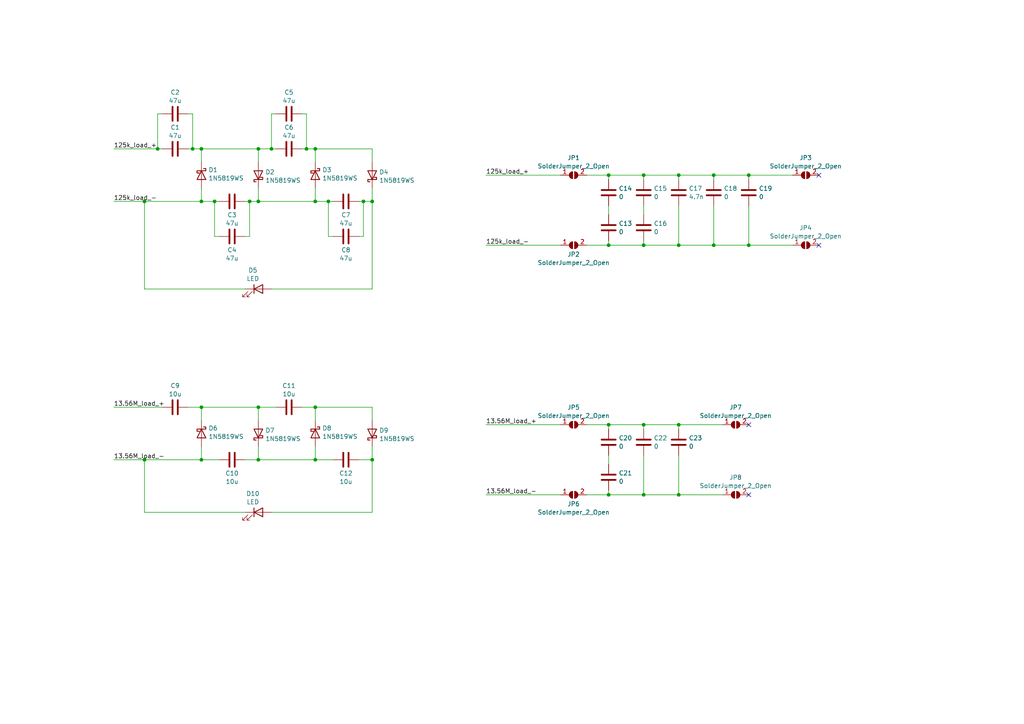
<source format=kicad_sch>
(kicad_sch (version 20230121) (generator eeschema)
  (paper "A4")
  (title_block (title "RFIDetector") (rev "0.1") (company "wh201906"))
  (lib_symbols
    (symbol "Device:C" (pin_numbers hide) (pin_names (offset 0.254))
      (property "Reference" "C" (at 0.635 2.54 0))
      (property "Value" "C" (at 0.635 -2.54 0))
      (symbol "C_0_1"
        (polyline (pts (xy -2.032 -0.762) (xy 2.032 -0.762)) (stroke (width 0.508)))
        (polyline (pts (xy -2.032 0.762) (xy 2.032 0.762)) (stroke (width 0.508)))
      )
      (symbol "C_1_1"
        (pin passive line (at 0 3.81 270) (length 2.794) (name "~") (number "1"))
        (pin passive line (at 0 -3.81 90) (length 2.794) (name "~") (number "2"))
      )
    )
    (symbol "Device:LED" (pin_numbers hide) (pin_names (offset 1.016) hide)
      (property "Reference" "D" (at 0 2.54 0))
      (property "Value" "LED" (at 0 -2.54 0))
      (symbol "LED_0_1"
        (polyline (pts (xy -1.27 -1.27) (xy -1.27 1.27)) (stroke (width 0.254)))
        (polyline (pts (xy -1.27 0) (xy 1.27 0)))
        (polyline (pts (xy 1.27 -1.27) (xy 1.27 1.27) (xy -1.27 0) (xy 1.27 -1.27)) (stroke (width 0.254)))
        (polyline (pts (xy -3.048 -0.762) (xy -4.572 -2.286) (xy -3.81 -2.286) (xy -4.572 -2.286) (xy -4.572 -1.524)))
        (polyline (pts (xy -1.778 -0.762) (xy -3.302 -2.286) (xy -2.54 -2.286) (xy -3.302 -2.286) (xy -3.302 -1.524)))
      )
      (symbol "LED_1_1"
        (pin passive line (at -3.81 0 0) (length 2.54) (name "K") (number "1"))
        (pin passive line (at 3.81 0 180) (length 2.54) (name "A") (number "2"))
      )
    )
    (symbol "Diode:1N5819WS" (pin_numbers hide) (pin_names (offset 1.016) hide)
      (property "Reference" "D" (at 0 2.54 0))
      (property "Value" "1N5819WS" (at 0 -2.54 0))
      (symbol "1N5819WS_0_1"
        (polyline (pts (xy 1.27 0) (xy -1.27 0)))
        (polyline (pts (xy 1.27 1.27) (xy 1.27 -1.27) (xy -1.27 0) (xy 1.27 1.27)) (stroke (width 0.254)))
        (polyline (pts (xy -1.905 0.635) (xy -1.905 1.27) (xy -1.27 1.27) (xy -1.27 -1.27) (xy -0.635 -1.27) (xy -0.635 -0.635)) (stroke (width 0.254)))
      )
      (symbol "1N5819WS_1_1"
        (pin passive line (at -3.81 0 0) (length 2.54) (name "K") (number "1"))
        (pin passive line (at 3.81 0 180) (length 2.54) (name "A") (number "2"))
      )
    )
    (symbol "Jumper:SolderJumper_2_Open" (pin_names (offset 0) hide)
      (property "Reference" "JP" (at 0 2.032 0))
      (property "Value" "SolderJumper_2_Open" (at 0 -2.54 0))
      (symbol "SolderJumper_2_Open_0_1"
        (arc (start -0.254 1.016) (mid -1.2656 0) (end -0.254 -1.016))
        (arc (start -0.254 1.016) (mid -1.2656 0) (end -0.254 -1.016) (fill (type outline)))
        (polyline (pts (xy -0.254 1.016) (xy -0.254 -1.016)))
        (polyline (pts (xy 0.254 1.016) (xy 0.254 -1.016)))
        (arc (start 0.254 -1.016) (mid 1.2656 0) (end 0.254 1.016))
        (arc (start 0.254 -1.016) (mid 1.2656 0) (end 0.254 1.016) (fill (type outline)))
      )
      (symbol "SolderJumper_2_Open_1_1"
        (pin passive line (at -3.81 0 0) (length 2.54) (name "A") (number "1"))
        (pin passive line (at 3.81 0 180) (length 2.54) (name "B") (number "2"))
      )
    )
  )
  (junction (at 95.25 58.42))
  (junction (at 186.69 143.51))
  (junction (at 176.53 143.51))
  (junction (at 217.17 50.8))
  (junction (at 196.85 71.12))
  (junction (at 91.44 118.11))
  (junction (at 91.44 43.18))
  (junction (at 207.01 71.12))
  (junction (at 207.01 50.8))
  (junction (at 41.91 58.42))
  (junction (at 62.23 58.42))
  (junction (at 186.69 123.19))
  (junction (at 186.69 71.12))
  (junction (at 58.42 118.11))
  (junction (at 74.93 133.35))
  (junction (at 217.17 71.12))
  (junction (at 107.95 133.35))
  (junction (at 176.53 123.19))
  (junction (at 45.72 43.18))
  (junction (at 107.95 58.42))
  (junction (at 58.42 43.18))
  (junction (at 176.53 71.12))
  (junction (at 88.9 43.18))
  (junction (at 74.93 118.11))
  (junction (at 58.42 133.35))
  (junction (at 74.93 43.18))
  (junction (at 196.85 50.8))
  (junction (at 74.93 58.42))
  (junction (at 196.85 143.51))
  (junction (at 186.69 50.8))
  (junction (at 72.39 58.42))
  (junction (at 91.44 58.42))
  (junction (at 91.44 133.35))
  (junction (at 196.85 123.19))
  (junction (at 55.88 43.18))
  (junction (at 105.41 58.42))
  (junction (at 176.53 50.8))
  (junction (at 58.42 58.42))
  (junction (at 78.74 43.18))
  (junction (at 41.91 133.35))
  (no_connect (at 237.49 50.8))
  (no_connect (at 217.17 123.19))
  (no_connect (at 237.49 71.12))
  (no_connect (at 217.17 143.51))
  (wire (pts (xy 96.52 58.42) (xy 95.25 58.42)))
  (wire (pts (xy 107.95 58.42) (xy 107.95 83.82)))
  (wire (pts (xy 58.42 129.54) (xy 58.42 133.35)))
  (wire (pts (xy 217.17 71.12) (xy 229.87 71.12)))
  (wire (pts (xy 140.97 123.19) (xy 162.56 123.19)))
  (wire (pts (xy 95.25 68.58) (xy 95.25 58.42)))
  (wire (pts (xy 46.99 43.18) (xy 45.72 43.18)))
  (wire (pts (xy 186.69 123.19) (xy 196.85 123.19)))
  (wire (pts (xy 196.85 59.69) (xy 196.85 71.12)))
  (wire (pts (xy 58.42 46.99) (xy 58.42 43.18)))
  (wire (pts (xy 207.01 71.12) (xy 196.85 71.12)))
  (wire (pts (xy 58.42 118.11) (xy 74.93 118.11)))
  (wire (pts (xy 196.85 123.19) (xy 196.85 124.46)))
  (wire (pts (xy 96.52 68.58) (xy 95.25 68.58)))
  (wire (pts (xy 91.44 58.42) (xy 91.44 54.61)))
  (wire (pts (xy 74.93 46.99) (xy 74.93 43.18)))
  (wire (pts (xy 107.95 148.59) (xy 78.74 148.59)))
  (wire (pts (xy 33.02 43.18) (xy 45.72 43.18)))
  (wire (pts (xy 74.93 43.18) (xy 78.74 43.18)))
  (wire (pts (xy 217.17 59.69) (xy 217.17 71.12)))
  (wire (pts (xy 186.69 50.8) (xy 186.69 52.07)))
  (wire (pts (xy 186.69 143.51) (xy 196.85 143.51)))
  (wire (pts (xy 87.63 43.18) (xy 88.9 43.18)))
  (wire (pts (xy 33.02 118.11) (xy 46.99 118.11)))
  (wire (pts (xy 107.95 43.18) (xy 91.44 43.18)))
  (wire (pts (xy 104.14 68.58) (xy 105.41 68.58)))
  (wire (pts (xy 33.02 58.42) (xy 41.91 58.42)))
  (wire (pts (xy 186.69 123.19) (xy 186.69 124.46)))
  (wire (pts (xy 55.88 33.02) (xy 55.88 43.18)))
  (wire (pts (xy 91.44 133.35) (xy 96.52 133.35)))
  (wire (pts (xy 140.97 50.8) (xy 162.56 50.8)))
  (wire (pts (xy 176.53 59.69) (xy 176.53 62.23)))
  (wire (pts (xy 54.61 43.18) (xy 55.88 43.18)))
  (wire (pts (xy 107.95 83.82) (xy 78.74 83.82)))
  (wire (pts (xy 46.99 33.02) (xy 45.72 33.02)))
  (wire (pts (xy 74.93 133.35) (xy 91.44 133.35)))
  (wire (pts (xy 196.85 50.8) (xy 196.85 52.07)))
  (wire (pts (xy 74.93 58.42) (xy 91.44 58.42)))
  (wire (pts (xy 41.91 58.42) (xy 58.42 58.42)))
  (wire (pts (xy 176.53 50.8) (xy 176.53 52.07)))
  (wire (pts (xy 87.63 118.11) (xy 91.44 118.11)))
  (wire (pts (xy 54.61 118.11) (xy 58.42 118.11)))
  (wire (pts (xy 207.01 50.8) (xy 207.01 52.07)))
  (wire (pts (xy 140.97 71.12) (xy 162.56 71.12)))
  (wire (pts (xy 217.17 50.8) (xy 229.87 50.8)))
  (wire (pts (xy 170.18 71.12) (xy 176.53 71.12)))
  (wire (pts (xy 71.12 58.42) (xy 72.39 58.42)))
  (wire (pts (xy 186.69 132.08) (xy 186.69 143.51)))
  (wire (pts (xy 72.39 58.42) (xy 74.93 58.42)))
  (wire (pts (xy 74.93 58.42) (xy 74.93 54.61)))
  (wire (pts (xy 71.12 133.35) (xy 74.93 133.35)))
  (wire (pts (xy 62.23 68.58) (xy 62.23 58.42)))
  (wire (pts (xy 186.69 71.12) (xy 196.85 71.12)))
  (wire (pts (xy 186.69 59.69) (xy 186.69 62.23)))
  (wire (pts (xy 176.53 123.19) (xy 176.53 124.46)))
  (wire (pts (xy 176.53 50.8) (xy 186.69 50.8)))
  (wire (pts (xy 207.01 50.8) (xy 217.17 50.8)))
  (wire (pts (xy 72.39 68.58) (xy 72.39 58.42)))
  (wire (pts (xy 170.18 143.51) (xy 176.53 143.51)))
  (wire (pts (xy 74.93 118.11) (xy 80.01 118.11)))
  (wire (pts (xy 107.95 46.99) (xy 107.95 43.18)))
  (wire (pts (xy 58.42 43.18) (xy 74.93 43.18)))
  (wire (pts (xy 107.95 133.35) (xy 107.95 129.54)))
  (wire (pts (xy 87.63 33.02) (xy 88.9 33.02)))
  (wire (pts (xy 80.01 33.02) (xy 78.74 33.02)))
  (wire (pts (xy 63.5 68.58) (xy 62.23 68.58)))
  (wire (pts (xy 105.41 68.58) (xy 105.41 58.42)))
  (wire (pts (xy 41.91 148.59) (xy 41.91 133.35)))
  (wire (pts (xy 107.95 118.11) (xy 91.44 118.11)))
  (wire (pts (xy 95.25 58.42) (xy 91.44 58.42)))
  (wire (pts (xy 186.69 69.85) (xy 186.69 71.12)))
  (wire (pts (xy 196.85 132.08) (xy 196.85 143.51)))
  (wire (pts (xy 140.97 143.51) (xy 162.56 143.51)))
  (wire (pts (xy 207.01 59.69) (xy 207.01 71.12)))
  (wire (pts (xy 78.74 33.02) (xy 78.74 43.18)))
  (wire (pts (xy 107.95 121.92) (xy 107.95 118.11)))
  (wire (pts (xy 71.12 68.58) (xy 72.39 68.58)))
  (wire (pts (xy 176.53 143.51) (xy 186.69 143.51)))
  (wire (pts (xy 196.85 143.51) (xy 209.55 143.51)))
  (wire (pts (xy 217.17 52.07) (xy 217.17 50.8)))
  (wire (pts (xy 176.53 123.19) (xy 186.69 123.19)))
  (wire (pts (xy 41.91 83.82) (xy 41.91 58.42)))
  (wire (pts (xy 33.02 133.35) (xy 41.91 133.35)))
  (wire (pts (xy 104.14 58.42) (xy 105.41 58.42)))
  (wire (pts (xy 78.74 43.18) (xy 80.01 43.18)))
  (wire (pts (xy 91.44 43.18) (xy 91.44 46.99)))
  (wire (pts (xy 55.88 43.18) (xy 58.42 43.18)))
  (wire (pts (xy 105.41 58.42) (xy 107.95 58.42)))
  (wire (pts (xy 74.93 121.92) (xy 74.93 118.11)))
  (wire (pts (xy 91.44 118.11) (xy 91.44 121.92)))
  (wire (pts (xy 41.91 133.35) (xy 58.42 133.35)))
  (wire (pts (xy 107.95 58.42) (xy 107.95 54.61)))
  (wire (pts (xy 176.53 132.08) (xy 176.53 134.62)))
  (wire (pts (xy 107.95 133.35) (xy 107.95 148.59)))
  (wire (pts (xy 45.72 33.02) (xy 45.72 43.18)))
  (wire (pts (xy 186.69 50.8) (xy 196.85 50.8)))
  (wire (pts (xy 62.23 58.42) (xy 63.5 58.42)))
  (wire (pts (xy 170.18 123.19) (xy 176.53 123.19)))
  (wire (pts (xy 58.42 54.61) (xy 58.42 58.42)))
  (wire (pts (xy 217.17 71.12) (xy 207.01 71.12)))
  (wire (pts (xy 58.42 58.42) (xy 62.23 58.42)))
  (wire (pts (xy 88.9 33.02) (xy 88.9 43.18)))
  (wire (pts (xy 58.42 121.92) (xy 58.42 118.11)))
  (wire (pts (xy 170.18 50.8) (xy 176.53 50.8)))
  (wire (pts (xy 71.12 148.59) (xy 41.91 148.59)))
  (wire (pts (xy 176.53 71.12) (xy 186.69 71.12)))
  (wire (pts (xy 58.42 133.35) (xy 63.5 133.35)))
  (wire (pts (xy 71.12 83.82) (xy 41.91 83.82)))
  (wire (pts (xy 88.9 43.18) (xy 91.44 43.18)))
  (wire (pts (xy 196.85 123.19) (xy 209.55 123.19)))
  (wire (pts (xy 104.14 133.35) (xy 107.95 133.35)))
  (wire (pts (xy 74.93 133.35) (xy 74.93 129.54)))
  (wire (pts (xy 196.85 50.8) (xy 207.01 50.8)))
  (wire (pts (xy 91.44 133.35) (xy 91.44 129.54)))
  (wire (pts (xy 176.53 69.85) (xy 176.53 71.12)))
  (wire (pts (xy 176.53 142.24) (xy 176.53 143.51)))
  (wire (pts (xy 54.61 33.02) (xy 55.88 33.02)))
  (label "13.56M_load_-" (at 140.97 143.51 0))
  (label "13.56M_load_+" (at 140.97 123.19 0))
  (label "125k_load_-" (at 33.02 58.42 0))
  (label "125k_load_+" (at 140.97 50.8 0))
  (label "125k_load_-" (at 140.97 71.12 0))
  (label "125k_load_+" (at 33.02 43.18 0))
  (label "13.56M_load_-" (at 33.02 133.35 0))
  (label "13.56M_load_+" (at 33.02 118.11 0))
  (symbol (lib_id "Device:C") (at 217.17 55.88 180) (unit 1)
    (property "Reference" "C19" (at 220.091 54.6679 0) (effects (justify right)))
    (property "Value" "0" (at 220.091 57.0921 0) (effects (justify right)))
    (property "Footprint" "Capacitor_SMD:C_0603_1608Metric_Pad1.08x0.95mm_HandSolder" (effects hide))
  )
  (symbol (lib_id "Device:C") (at 50.8 33.02 90) (unit 1)
    (property "Reference" "C2" (at 50.8 26.7858 90))
    (property "Value" "47u" (at 50.8 29.21 90))
    (property "Footprint" "Capacitor_SMD:C_0603_1608Metric_Pad1.08x0.95mm_HandSolder" (effects hide))
  )
  (symbol (lib_id "Jumper:SolderJumper_2_Open") (at 233.68 71.12 0) (unit 1)
    (property "Reference" "JP4" (at 233.68 66.0867 0))
    (property "Value" "SolderJumper_2_Open" (at 233.68 68.5109 0))
    (property "Footprint" "Jumper:SolderJumper-2_P1.3mm_Open_RoundedPad1.0x1.5mm" (effects hide))
  )
  (symbol (lib_id "Jumper:SolderJumper_2_Open") (at 166.37 50.8 0) (unit 1)
    (property "Reference" "JP1" (at 166.37 45.7667 0))
    (property "Value" "SolderJumper_2_Open" (at 166.37 48.1909 0))
    (property "Footprint" "Jumper:SolderJumper-2_P1.3mm_Open_RoundedPad1.0x1.5mm" (effects hide))
  )
  (symbol (lib_id "Device:C") (at 186.69 128.27 0) (unit 1)
    (property "Reference" "C22" (at 189.611 127.0579 0) (effects (justify left)))
    (property "Value" "0" (at 189.611 129.4821 0) (effects (justify left)))
    (property "Footprint" "Capacitor_SMD:C_0603_1608Metric_Pad1.08x0.95mm_HandSolder" (effects hide))
  )
  (symbol (lib_id "Diode:1N5819WS") (at 74.93 125.73 90) (unit 1)
    (property "Reference" "D7" (at 76.962 124.8354 90) (effects (justify right)))
    (property "Value" "1N5819WS" (at 76.962 127.2596 90) (effects (justify right)))
    (property "Footprint" "Diode_SMD:D_SOD-323_HandSoldering" (effects hide))
    (property "Datasheet" "https://datasheet.lcsc.com/lcsc/2204281430_Guangdong-Hottech-1N5819WS_C191023.pdf" (effects hide))
  )
  (symbol (lib_id "Jumper:SolderJumper_2_Open") (at 213.36 123.19 0) (unit 1)
    (property "Reference" "JP7" (at 213.36 118.1567 0))
    (property "Value" "SolderJumper_2_Open" (at 213.36 120.5809 0))
    (property "Footprint" "Jumper:SolderJumper-2_P1.3mm_Open_RoundedPad1.0x1.5mm" (effects hide))
  )
  (symbol (lib_id "Device:LED") (at 74.93 148.59 0) (unit 1)
    (property "Reference" "D10" (at 73.3425 143.1757 0))
    (property "Value" "LED" (at 73.3425 145.5999 0))
    (property "Footprint" "LED_SMD:LED_0603_1608Metric_Pad1.05x0.95mm_HandSolder" (effects hide))
  )
  (symbol (lib_id "Jumper:SolderJumper_2_Open") (at 166.37 123.19 0) (unit 1)
    (property "Reference" "JP5" (at 166.37 118.1567 0))
    (property "Value" "SolderJumper_2_Open" (at 166.37 120.5809 0))
    (property "Footprint" "Jumper:SolderJumper-2_P1.3mm_Open_RoundedPad1.0x1.5mm" (effects hide))
  )
  (symbol (lib_id "Jumper:SolderJumper_2_Open") (at 166.37 71.12 0) (unit 1)
    (property "Reference" "JP2" (at 166.37 73.7758 0))
    (property "Value" "SolderJumper_2_Open" (at 166.37 76.2 0))
    (property "Footprint" "Jumper:SolderJumper-2_P1.3mm_Open_RoundedPad1.0x1.5mm" (effects hide))
  )
  (symbol (lib_id "Device:LED") (at 74.93 83.82 0) (unit 1)
    (property "Reference" "D5" (at 73.3425 78.4057 0))
    (property "Value" "LED" (at 73.3425 80.8299 0))
    (property "Footprint" "LED_SMD:LED_0603_1608Metric_Pad1.05x0.95mm_HandSolder" (effects hide))
  )
  (symbol (lib_id "Device:C") (at 196.85 55.88 180) (unit 1)
    (property "Reference" "C17" (at 199.771 54.6679 0) (effects (justify right)))
    (property "Value" "4.7n" (at 199.771 57.0921 0) (effects (justify right)))
    (property "Footprint" "Capacitor_SMD:C_0603_1608Metric_Pad1.08x0.95mm_HandSolder" (effects hide))
  )
  (symbol (lib_id "Jumper:SolderJumper_2_Open") (at 166.37 143.51 0) (unit 1)
    (property "Reference" "JP6" (at 166.37 146.1658 0))
    (property "Value" "SolderJumper_2_Open" (at 166.37 148.59 0))
    (property "Footprint" "Jumper:SolderJumper-2_P1.3mm_Open_RoundedPad1.0x1.5mm" (effects hide))
  )
  (symbol (lib_id "Device:C") (at 83.82 33.02 90) (unit 1)
    (property "Reference" "C5" (at 83.82 26.7858 90))
    (property "Value" "47u" (at 83.82 29.21 90))
    (property "Footprint" "Capacitor_SMD:C_0603_1608Metric_Pad1.08x0.95mm_HandSolder" (effects hide))
  )
  (symbol (lib_id "Diode:1N5819WS") (at 107.95 125.73 90) (unit 1)
    (property "Reference" "D9" (at 109.982 124.8354 90) (effects (justify right)))
    (property "Value" "1N5819WS" (at 109.982 127.2596 90) (effects (justify right)))
    (property "Footprint" "Diode_SMD:D_SOD-323_HandSoldering" (effects hide))
    (property "Datasheet" "https://datasheet.lcsc.com/lcsc/2204281430_Guangdong-Hottech-1N5819WS_C191023.pdf" (effects hide))
  )
  (symbol (lib_id "Device:C") (at 176.53 55.88 180) (unit 1)
    (property "Reference" "C14" (at 179.451 54.6679 0) (effects (justify right)))
    (property "Value" "0" (at 179.451 57.0921 0) (effects (justify right)))
    (property "Footprint" "Capacitor_SMD:C_0603_1608Metric_Pad1.08x0.95mm_HandSolder" (effects hide))
  )
  (symbol (lib_id "Device:C") (at 67.31 58.42 90) (unit 1)
    (property "Reference" "C3" (at 67.31 62.3458 90))
    (property "Value" "47u" (at 67.31 64.77 90))
    (property "Footprint" "Capacitor_SMD:C_0603_1608Metric_Pad1.08x0.95mm_HandSolder" (effects hide))
  )
  (symbol (lib_id "Device:C") (at 100.33 68.58 90) (unit 1)
    (property "Reference" "C8" (at 100.33 72.5058 90))
    (property "Value" "47u" (at 100.33 74.93 90))
    (property "Footprint" "Capacitor_SMD:C_0603_1608Metric_Pad1.08x0.95mm_HandSolder" (effects hide))
  )
  (symbol (lib_id "Diode:1N5819WS") (at 58.42 50.8 270) (unit 1)
    (property "Reference" "D1" (at 60.452 49.2704 90) (effects (justify left)))
    (property "Value" "1N5819WS" (at 60.452 51.6946 90) (effects (justify left)))
    (property "Footprint" "Diode_SMD:D_SOD-323_HandSoldering" (effects hide))
    (property "Datasheet" "https://datasheet.lcsc.com/lcsc/2204281430_Guangdong-Hottech-1N5819WS_C191023.pdf" (effects hide))
  )
  (symbol (lib_id "Device:C") (at 100.33 133.35 90) (unit 1)
    (property "Reference" "C12" (at 100.33 137.2758 90))
    (property "Value" "10u" (at 100.33 139.7 90))
    (property "Footprint" "Capacitor_SMD:C_0603_1608Metric_Pad1.08x0.95mm_HandSolder" (effects hide))
  )
  (symbol (lib_id "Device:C") (at 176.53 138.43 0) (unit 1)
    (property "Reference" "C21" (at 179.451 137.2179 0) (effects (justify left)))
    (property "Value" "0" (at 179.451 139.6421 0) (effects (justify left)))
    (property "Footprint" "Capacitor_SMD:C_0603_1608Metric_Pad1.08x0.95mm_HandSolder" (effects hide))
  )
  (symbol (lib_id "Device:C") (at 50.8 43.18 90) (unit 1)
    (property "Reference" "C1" (at 50.8 36.9458 90))
    (property "Value" "47u" (at 50.8 39.37 90))
    (property "Footprint" "Capacitor_SMD:C_0603_1608Metric_Pad1.08x0.95mm_HandSolder" (effects hide))
  )
  (symbol (lib_id "Device:C") (at 100.33 58.42 90) (unit 1)
    (property "Reference" "C7" (at 100.33 62.3458 90))
    (property "Value" "47u" (at 100.33 64.77 90))
    (property "Footprint" "Capacitor_SMD:C_0603_1608Metric_Pad1.08x0.95mm_HandSolder" (effects hide))
  )
  (symbol (lib_id "Jumper:SolderJumper_2_Open") (at 213.36 143.51 0) (unit 1)
    (property "Reference" "JP8" (at 213.36 138.4767 0))
    (property "Value" "SolderJumper_2_Open" (at 213.36 140.9009 0))
    (property "Footprint" "Jumper:SolderJumper-2_P1.3mm_Open_RoundedPad1.0x1.5mm" (effects hide))
  )
  (symbol (lib_id "Diode:1N5819WS") (at 74.93 50.8 90) (unit 1)
    (property "Reference" "D2" (at 76.962 49.9054 90) (effects (justify right)))
    (property "Value" "1N5819WS" (at 76.962 52.3296 90) (effects (justify right)))
    (property "Footprint" "Diode_SMD:D_SOD-323_HandSoldering" (effects hide))
    (property "Datasheet" "https://datasheet.lcsc.com/lcsc/2204281430_Guangdong-Hottech-1N5819WS_C191023.pdf" (effects hide))
  )
  (symbol (lib_id "Device:C") (at 67.31 133.35 90) (unit 1)
    (property "Reference" "C10" (at 67.31 137.2758 90))
    (property "Value" "10u" (at 67.31 139.7 90))
    (property "Footprint" "Capacitor_SMD:C_0603_1608Metric_Pad1.08x0.95mm_HandSolder" (effects hide))
  )
  (symbol (lib_id "Diode:1N5819WS") (at 91.44 50.8 270) (unit 1)
    (property "Reference" "D3" (at 93.472 49.2704 90) (effects (justify left)))
    (property "Value" "1N5819WS" (at 93.472 51.6946 90) (effects (justify left)))
    (property "Footprint" "Diode_SMD:D_SOD-323_HandSoldering" (effects hide))
    (property "Datasheet" "https://datasheet.lcsc.com/lcsc/2204281430_Guangdong-Hottech-1N5819WS_C191023.pdf" (effects hide))
  )
  (symbol (lib_id "Jumper:SolderJumper_2_Open") (at 233.68 50.8 0) (unit 1)
    (property "Reference" "JP3" (at 233.68 45.7667 0))
    (property "Value" "SolderJumper_2_Open" (at 233.68 48.1909 0))
    (property "Footprint" "Jumper:SolderJumper-2_P1.3mm_Open_RoundedPad1.0x1.5mm" (effects hide))
  )
  (symbol (lib_id "Device:C") (at 67.31 68.58 90) (unit 1)
    (property "Reference" "C4" (at 67.31 72.5058 90))
    (property "Value" "47u" (at 67.31 74.93 90))
    (property "Footprint" "Capacitor_SMD:C_0603_1608Metric_Pad1.08x0.95mm_HandSolder" (effects hide))
  )
  (symbol (lib_id "Device:C") (at 207.01 55.88 180) (unit 1)
    (property "Reference" "C18" (at 209.931 54.6679 0) (effects (justify right)))
    (property "Value" "0" (at 209.931 57.0921 0) (effects (justify right)))
    (property "Footprint" "Capacitor_SMD:C_0603_1608Metric_Pad1.08x0.95mm_HandSolder" (effects hide))
  )
  (symbol (lib_id "Diode:1N5819WS") (at 58.42 125.73 270) (unit 1)
    (property "Reference" "D6" (at 60.452 124.2004 90) (effects (justify left)))
    (property "Value" "1N5819WS" (at 60.452 126.6246 90) (effects (justify left)))
    (property "Footprint" "Diode_SMD:D_SOD-323_HandSoldering" (effects hide))
    (property "Datasheet" "https://datasheet.lcsc.com/lcsc/2204281430_Guangdong-Hottech-1N5819WS_C191023.pdf" (effects hide))
  )
  (symbol (lib_id "Device:C") (at 196.85 128.27 0) (unit 1)
    (property "Reference" "C23" (at 199.771 127.0579 0) (effects (justify left)))
    (property "Value" "0" (at 199.771 129.4821 0) (effects (justify left)))
    (property "Footprint" "Capacitor_SMD:C_0603_1608Metric_Pad1.08x0.95mm_HandSolder" (effects hide))
  )
  (symbol (lib_id "Device:C") (at 186.69 55.88 0) (unit 1)
    (property "Reference" "C15" (at 189.611 54.6679 0) (effects (justify left)))
    (property "Value" "0" (at 189.611 57.0921 0) (effects (justify left)))
    (property "Footprint" "Capacitor_SMD:C_0603_1608Metric_Pad1.08x0.95mm_HandSolder" (effects hide))
  )
  (symbol (lib_id "Diode:1N5819WS") (at 91.44 125.73 270) (unit 1)
    (property "Reference" "D8" (at 93.472 124.2004 90) (effects (justify left)))
    (property "Value" "1N5819WS" (at 93.472 126.6246 90) (effects (justify left)))
    (property "Footprint" "Diode_SMD:D_SOD-323_HandSoldering" (effects hide))
    (property "Datasheet" "https://datasheet.lcsc.com/lcsc/2204281430_Guangdong-Hottech-1N5819WS_C191023.pdf" (effects hide))
  )
  (symbol (lib_id "Device:C") (at 176.53 128.27 180) (unit 1)
    (property "Reference" "C20" (at 179.451 127.0579 0) (effects (justify right)))
    (property "Value" "0" (at 179.451 129.4821 0) (effects (justify right)))
    (property "Footprint" "Capacitor_SMD:C_0603_1608Metric_Pad1.08x0.95mm_HandSolder" (effects hide))
  )
  (symbol (lib_id "Diode:1N5819WS") (at 107.95 50.8 90) (unit 1)
    (property "Reference" "D4" (at 109.982 49.9054 90) (effects (justify right)))
    (property "Value" "1N5819WS" (at 109.982 52.3296 90) (effects (justify right)))
    (property "Footprint" "Diode_SMD:D_SOD-323_HandSoldering" (effects hide))
    (property "Datasheet" "https://datasheet.lcsc.com/lcsc/2204281430_Guangdong-Hottech-1N5819WS_C191023.pdf" (effects hide))
  )
  (symbol (lib_id "Device:C") (at 83.82 43.18 90) (unit 1)
    (property "Reference" "C6" (at 83.82 36.9458 90))
    (property "Value" "47u" (at 83.82 39.37 90))
    (property "Footprint" "Capacitor_SMD:C_0603_1608Metric_Pad1.08x0.95mm_HandSolder" (effects hide))
  )
  (symbol (lib_id "Device:C") (at 50.8 118.11 90) (unit 1)
    (property "Reference" "C9" (at 50.8 111.8758 90))
    (property "Value" "10u" (at 50.8 114.3 90))
    (property "Footprint" "Capacitor_SMD:C_0603_1608Metric_Pad1.08x0.95mm_HandSolder" (effects hide))
  )
  (symbol (lib_id "Device:C") (at 176.53 66.04 0) (unit 1)
    (property "Reference" "C13" (at 179.451 64.8279 0) (effects (justify left)))
    (property "Value" "0" (at 179.451 67.2521 0) (effects (justify left)))
    (property "Footprint" "Capacitor_SMD:C_0603_1608Metric_Pad1.08x0.95mm_HandSolder" (effects hide))
  )
  (symbol (lib_id "Device:C") (at 186.69 66.04 0) (unit 1)
    (property "Reference" "C16" (at 189.611 64.8279 0) (effects (justify left)))
    (property "Value" "0" (at 189.611 67.2521 0) (effects (justify left)))
    (property "Footprint" "Capacitor_SMD:C_0603_1608Metric_Pad1.08x0.95mm_HandSolder" (effects hide))
  )
  (symbol (lib_id "Device:C") (at 83.82 118.11 90) (unit 1)
    (property "Reference" "C11" (at 83.82 111.8758 90))
    (property "Value" "10u" (at 83.82 114.3 90))
    (property "Footprint" "Capacitor_SMD:C_0603_1608Metric_Pad1.08x0.95mm_HandSolder" (effects hide))
  )
)
</source>
